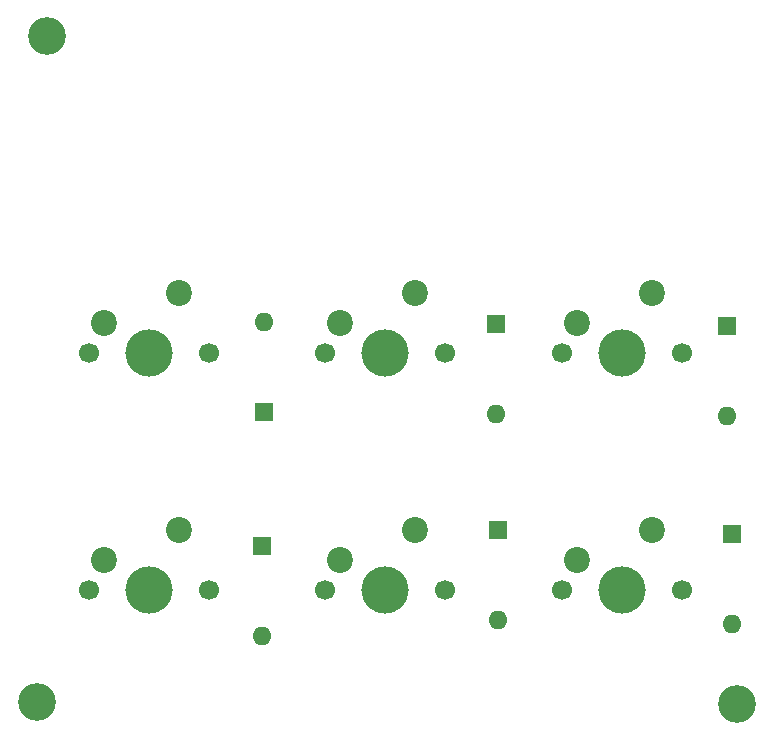
<source format=gbr>
%TF.GenerationSoftware,KiCad,Pcbnew,9.0.1*%
%TF.CreationDate,2025-07-05T23:22:53+10:00*%
%TF.ProjectId,macropad,6d616372-6f70-4616-942e-6b696361645f,rev?*%
%TF.SameCoordinates,Original*%
%TF.FileFunction,Soldermask,Bot*%
%TF.FilePolarity,Negative*%
%FSLAX46Y46*%
G04 Gerber Fmt 4.6, Leading zero omitted, Abs format (unit mm)*
G04 Created by KiCad (PCBNEW 9.0.1) date 2025-07-05 23:22:53*
%MOMM*%
%LPD*%
G01*
G04 APERTURE LIST*
%ADD10C,3.200000*%
%ADD11O,1.600000X1.600000*%
%ADD12R,1.600000X1.600000*%
%ADD13C,2.200000*%
%ADD14C,1.700000*%
%ADD15C,4.000000*%
G04 APERTURE END LIST*
D10*
%TO.C,REF\u002A\u002A*%
X97200000Y-84800000D03*
%TD*%
%TO.C,REF\u002A\u002A*%
X38000000Y-84600000D03*
%TD*%
%TO.C,REF\u002A\u002A*%
X38800000Y-28200000D03*
%TD*%
D11*
%TO.C,D1*%
X57200000Y-52390000D03*
D12*
X57200000Y-60010000D03*
%TD*%
D13*
%TO.C,SW1*%
X43650000Y-52540000D03*
X50000000Y-50000000D03*
D14*
X52540000Y-55080000D03*
D15*
X47460000Y-55080000D03*
D14*
X42380000Y-55080000D03*
%TD*%
%TO.C,SW6*%
X82380000Y-75080000D03*
D15*
X87460000Y-75080000D03*
D14*
X92540000Y-75080000D03*
D13*
X90000000Y-70000000D03*
X83650000Y-72540000D03*
%TD*%
D14*
%TO.C,SW5*%
X82380000Y-55080000D03*
D15*
X87460000Y-55080000D03*
D14*
X92540000Y-55080000D03*
D13*
X90000000Y-50000000D03*
X83650000Y-52540000D03*
%TD*%
D14*
%TO.C,SW4*%
X62380000Y-75080000D03*
D15*
X67460000Y-75080000D03*
D14*
X72540000Y-75080000D03*
D13*
X70000000Y-70000000D03*
X63650000Y-72540000D03*
%TD*%
D14*
%TO.C,SW3*%
X62380000Y-55080000D03*
D15*
X67460000Y-55080000D03*
D14*
X72540000Y-55080000D03*
D13*
X70000000Y-50000000D03*
X63650000Y-52540000D03*
%TD*%
D14*
%TO.C,SW2*%
X42380000Y-75080000D03*
D15*
X47460000Y-75080000D03*
D14*
X52540000Y-75080000D03*
D13*
X50000000Y-70000000D03*
X43650000Y-72540000D03*
%TD*%
D12*
%TO.C,D6*%
X96800000Y-70390000D03*
D11*
X96800000Y-78010000D03*
%TD*%
D12*
%TO.C,D5*%
X96400000Y-52790000D03*
D11*
X96400000Y-60410000D03*
%TD*%
D12*
%TO.C,D4*%
X77000000Y-69990000D03*
D11*
X77000000Y-77610000D03*
%TD*%
D12*
%TO.C,D3*%
X76800000Y-52600000D03*
D11*
X76800000Y-60220000D03*
%TD*%
D12*
%TO.C,D2*%
X57000000Y-71390000D03*
D11*
X57000000Y-79010000D03*
%TD*%
M02*

</source>
